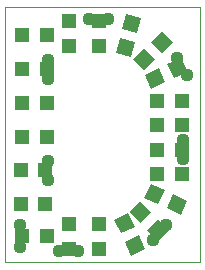
<source format=gts>
G75*
%MOIN*%
%OFA0B0*%
%FSLAX24Y24*%
%IPPOS*%
%LPD*%
%AMOC8*
5,1,8,0,0,1.08239X$1,22.5*
%
%ADD10C,0.0000*%
%ADD11R,0.0512X0.0512*%
%ADD12R,0.0512X0.0512*%
%ADD13C,0.0437*%
D10*
X002392Y002517D02*
X002392Y011017D01*
X008892Y011017D01*
X008892Y002517D01*
X002392Y002517D01*
D11*
X002978Y003392D03*
X003805Y003392D03*
X004517Y003805D03*
X004517Y002978D03*
X005517Y002978D03*
X005517Y003805D03*
X003743Y004454D03*
X002916Y004454D03*
X002916Y005579D03*
X003743Y005579D03*
X003805Y006704D03*
X002978Y006704D03*
X002978Y007829D03*
X003805Y007829D03*
X003805Y008954D03*
X002978Y008954D03*
X002978Y010079D03*
X003805Y010079D03*
X004517Y009728D03*
X004517Y010555D03*
X005517Y010555D03*
X005517Y009728D03*
X007478Y007892D03*
X007478Y007079D03*
X007478Y006267D03*
X007478Y005454D03*
X008305Y005454D03*
X008305Y006267D03*
X008305Y007079D03*
X008305Y007892D03*
D12*
G36*
X007269Y008302D02*
X007052Y008765D01*
X007515Y008982D01*
X007732Y008519D01*
X007269Y008302D01*
G37*
G36*
X007037Y008925D02*
X006675Y009287D01*
X007037Y009649D01*
X007399Y009287D01*
X007037Y008925D01*
G37*
G36*
X006591Y009367D02*
X006097Y009499D01*
X006229Y009993D01*
X006723Y009861D01*
X006591Y009367D01*
G37*
G36*
X006805Y010165D02*
X006311Y010297D01*
X006443Y010791D01*
X006937Y010659D01*
X006805Y010165D01*
G37*
G36*
X007621Y009509D02*
X007259Y009871D01*
X007621Y010233D01*
X007983Y009871D01*
X007621Y009509D01*
G37*
G36*
X008018Y008651D02*
X007801Y009114D01*
X008264Y009331D01*
X008481Y008868D01*
X008018Y008651D01*
G37*
G36*
X007036Y004668D02*
X007253Y005131D01*
X007716Y004914D01*
X007499Y004451D01*
X007036Y004668D01*
G37*
G36*
X006550Y004184D02*
X006912Y004546D01*
X007274Y004184D01*
X006912Y003822D01*
X006550Y004184D01*
G37*
G36*
X006045Y003944D02*
X006508Y004161D01*
X006725Y003698D01*
X006262Y003481D01*
X006045Y003944D01*
G37*
G36*
X006394Y003195D02*
X006857Y003412D01*
X007074Y002949D01*
X006611Y002732D01*
X006394Y003195D01*
G37*
G36*
X007134Y003599D02*
X007496Y003961D01*
X007858Y003599D01*
X007496Y003237D01*
X007134Y003599D01*
G37*
G36*
X007786Y004319D02*
X008003Y004782D01*
X008466Y004565D01*
X008249Y004102D01*
X007786Y004319D01*
G37*
D13*
X007767Y003767D03*
X007329Y003267D03*
X004829Y002892D03*
X004204Y002892D03*
X002892Y003017D03*
X002892Y003767D03*
X003829Y005267D03*
X003829Y005892D03*
X003829Y008642D03*
X003829Y009267D03*
X005204Y010642D03*
X005829Y010642D03*
X008142Y009329D03*
X008454Y008767D03*
X008329Y006579D03*
X008329Y005954D03*
M02*

</source>
